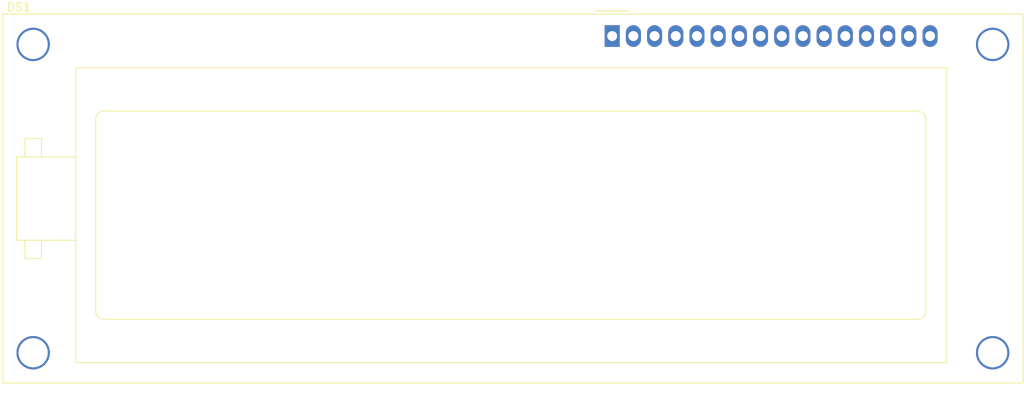
<source format=kicad_pcb>
(kicad_pcb (version 20240108) (generator "pcbnew") (generator_version "8.0")
  (layers (0 "F.Cu" signal) (31 "B.Cu" signal) (34 "B.Paste" user) (35 "F.Paste" user) (36 "B.SilkS" user "B.Silkscreen") (37 "F.SilkS" user "F.Silkscreen") (38 "B.Mask" user) (39 "F.Mask" user) (44 "Edge.Cuts" user))
  (net 0 "")
  (net 2 "E")
  (net 3 "GND")
  (net 4 "VCC")
  (net 6 "D6")
  (net 7 "D7")
  (net 8 "D4")
  (net 9 "RS")
  (net 10 "D5")
  (footprint "Display:HY1602E" (layer "F.Cu") (at 89.78138 32.10306)
    (property "Reference" "DS1" (at -71.12 -3.48 0) (layer "F.SilkS"))
    (property "Value" "HY1602E")
    (fp_line (start -73.04 -2.64) (end -73.04 41.64) (stroke (width 0.12)) (layer "F.SilkS"))
    (fp_line (start -73.04 -2.64) (end 49.24 -2.64) (stroke (width 0.12)) (layer "F.SilkS"))
    (fp_line (start -71.4 14.5) (end -64.3 14.5) (stroke (width 0.12)) (layer "F.SilkS"))
    (fp_line (start -71.4 24.5) (end -71.4 14.5) (stroke (width 0.12)) (layer "F.SilkS"))
    (fp_line (start -70.4 12.3) (end -70.4 14.5) (stroke (width 0.12)) (layer "F.SilkS"))
    (fp_line (start -70.4 26.7) (end -70.4 24.5) (stroke (width 0.12)) (layer "F.SilkS"))
    (fp_line (start -68.4 12.3) (end -70.4 12.3) (stroke (width 0.12)) (layer "F.SilkS"))
    (fp_line (start -68.4 14.5) (end -68.4 12.3) (stroke (width 0.12)) (layer "F.SilkS"))
    (fp_line (start -68.4 24.5) (end -68.4 26.7) (stroke (width 0.12)) (layer "F.SilkS"))
    (fp_line (start -68.4 26.7) (end -70.4 26.7) (stroke (width 0.12)) (layer "F.SilkS"))
    (fp_line (start -64.3 3.8) (end 40.1 3.8) (stroke (width 0.12)) (layer "F.SilkS"))
    (fp_line (start -64.3 24.5) (end -71.4 24.5) (stroke (width 0.12)) (layer "F.SilkS"))
    (fp_line (start -64.3 39.2) (end -64.3 3.8) (stroke (width 0.12)) (layer "F.SilkS"))
    (fp_line (start -61.9 33) (end -61.9 10) (stroke (width 0.12)) (layer "F.SilkS"))
    (fp_line (start -60.9 9) (end 36.6 9) (stroke (width 0.12)) (layer "F.SilkS"))
    (fp_line (start -2 -3) (end 2 -3) (stroke (width 0.12)) (layer "F.SilkS"))
    (fp_line (start 36.6 34) (end -60.9 34) (stroke (width 0.12)) (layer "F.SilkS"))
    (fp_line (start 37.6 10) (end 37.6 33) (stroke (width 0.12)) (layer "F.SilkS"))
    (fp_line (start 40.1 3.8) (end 40.1 39.2) (stroke (width 0.12)) (layer "F.SilkS"))
    (fp_line (start 40.1 39.2) (end -64.3 39.2) (stroke (width 0.12)) (layer "F.SilkS"))
    (fp_line (start 49.24 -2.64) (end 49.24 41.64) (stroke (width 0.12)) (layer "F.SilkS"))
    (fp_line (start 49.24 41.64) (end -73.04 41.64) (stroke (width 0.12)) (layer "F.SilkS"))
    (fp_arc (start -61.9 10) (mid -61.607107 9.292893) (end -60.9 9) (stroke (width 0.12)) (layer "F.SilkS"))
    (fp_arc (start -60.9 34) (mid -61.607107 33.707107) (end -61.9 33) (stroke (width 0.12)) (layer "F.SilkS"))
    (fp_arc (start 36.6 9) (mid 37.307107 9.292893) (end 37.6 10) (stroke (width 0.12)) (layer "F.SilkS"))
    (fp_arc (start 37.6 33) (mid 37.307107 33.707107) (end 36.6 34) (stroke (width 0.12)) (layer "F.SilkS"))
    (pad "" thru_hole circle (at -69.40042 1.00076 180) (size 4 4) (drill 3.5) (layers "*.Cu" "*.Mask"))
    (pad "" thru_hole circle (at -69.40042 38.00094 180) (size 4 4) (drill 3.5) (layers "*.Cu" "*.Mask"))
    (pad "" thru_hole circle (at 45.60062 1.00076 180) (size 4 4) (drill 3.5) (layers "*.Cu" "*.Mask"))
    (pad "" thru_hole circle (at 45.60062 38.00094 180) (size 4 4) (drill 3.5) (layers "*.Cu" "*.Mask"))
    (pad "1" thru_hole rect (at 0 0 180) (size 1.8 2.6) (drill 1.2) (layers "*.Cu" "*.Mask") (net 3 "GND"))
    (pad "2" thru_hole oval (at 2.54 0 180) (size 1.8 2.6) (drill 1.2) (layers "*.Cu" "*.Mask") (net 4 "VCC"))
    (pad "3" thru_hole oval (at 5.08 0 180) (size 1.8 2.6) (drill 1.2) (layers "*.Cu" "*.Mask") (net 3 "GND"))
    (pad "4" thru_hole oval (at 7.62 0 180) (size 1.8 2.6) (drill 1.2) (layers "*.Cu" "*.Mask") (net 4 "VCC"))
    (pad "5" thru_hole oval (at 10.16 0 180) (size 1.8 2.6) (drill 1.2) (layers "*.Cu" "*.Mask") (net 4 "VCC"))
    (pad "6" thru_hole oval (at 12.7 0 180) (size 1.8 2.6) (drill 1.2) (layers "*.Cu" "*.Mask") (net 9 "RS"))
    (pad "7" thru_hole oval (at 15.24 0 180) (size 1.8 2.6) (drill 1.2) (layers "*.Cu" "*.Mask") (net 3 "GND"))
    (pad "8" thru_hole oval (at 17.78 0 180) (size 1.8 2.6) (drill 1.2) (layers "*.Cu" "*.Mask") (net 2 "E"))
    (pad "9" thru_hole oval (at 20.32 0 180) (size 1.8 2.6) (drill 1.2) (layers "*.Cu" "*.Mask"))
    (pad "10" thru_hole oval (at 22.86 0 180) (size 1.8 2.6) (drill 1.2) (layers "*.Cu" "*.Mask"))
    (pad "11" thru_hole oval (at 25.4 0 180) (size 1.8 2.6) (drill 1.2) (layers "*.Cu" "*.Mask"))
    (pad "12" thru_hole oval (at 27.94 0 180) (size 1.8 2.6) (drill 1.2) (layers "*.Cu" "*.Mask"))
    (pad "13" thru_hole oval (at 30.48 0 180) (size 1.8 2.6) (drill 1.2) (layers "*.Cu" "*.Mask") (net 8 "D4"))
    (pad "14" thru_hole oval (at 33.02 0 180) (size 1.8 2.6) (drill 1.2) (layers "*.Cu" "*.Mask") (net 10 "D5"))
    (pad "15" thru_hole oval (at 35.56 0 180) (size 1.8 2.6) (drill 1.2) (layers "*.Cu" "*.Mask") (net 6 "D6"))
    (pad "16" thru_hole oval (at 38.1 0 180) (size 1.8 2.6) (drill 1.2) (layers "*.Cu" "*.Mask") (net 7 "D7"))
  )
)
</source>
